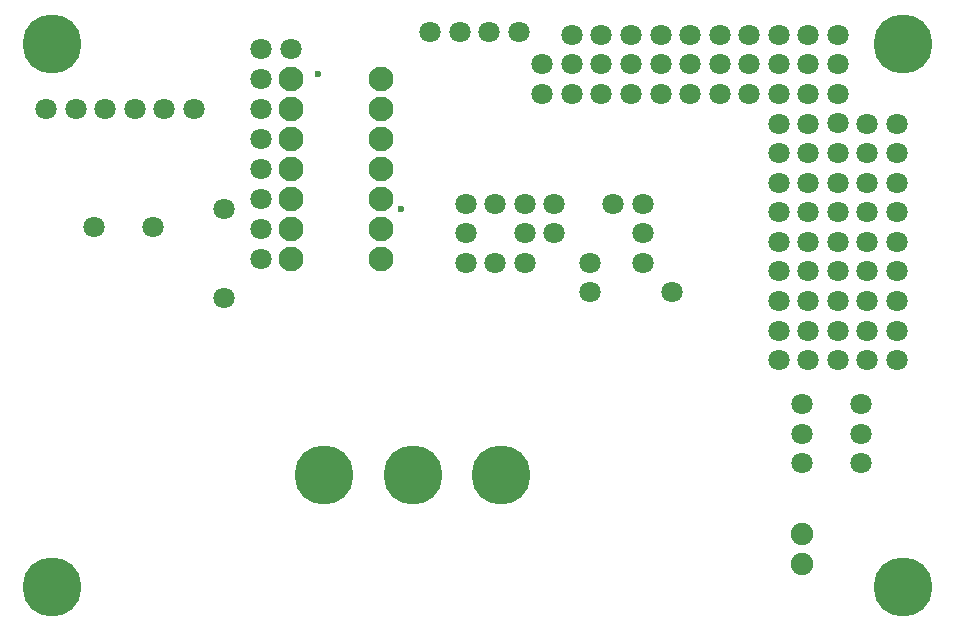
<source format=gbs>
G71*G90*G75*D02*
%ASAXBY*OFA0B0*MOMM*FSLAX43Y43*IPPOS*%
%ADD16C,0.600*%
%ADD24C,1.800*%
%ADD25C,1.900*%
%ADD27C,2.100*%
%ADD29C,5.000*%
G54D24*
G01X94500Y57250D03*
Y54750D03*
Y52250D03*
Y59750D03*
X84500D03*
Y57250D03*
Y54750D03*
Y52250D03*
G54D27*
X43180Y66040D03*
Y63500D03*
Y60960D03*
Y58420D03*
Y55880D03*
Y53340D03*
Y50800D03*
X50800D03*
Y53340D03*
Y55880D03*
Y58420D03*
Y60960D03*
Y63500D03*
Y66040D03*
G54D24*
X40640D03*
Y63500D03*
Y60960D03*
Y58420D03*
Y55880D03*
Y53340D03*
Y50800D03*
X35000Y63500D03*
X32500D03*
X30000D03*
X27500D03*
X25000D03*
X22500D03*
X26500Y53500D03*
X31500D03*
X86500Y38500D03*
Y36000D03*
Y33500D03*
X91500D03*
Y36000D03*
Y38500D03*
X37500Y47500D03*
Y55000D03*
X58000Y55500D03*
X60500D03*
X58000Y53000D03*
X63000D03*
X58000Y50500D03*
X60500D03*
X63000D03*
X65500Y53000D03*
X73000D03*
Y55500D03*
X70500D03*
X68500Y50500D03*
X73000D03*
X43180Y68580D03*
X40640D03*
G54D25*
X86500Y25000D03*
Y27500D03*
G54D29*
X23000Y23000D03*
X95000D03*
Y69000D03*
X23000D03*
G54D24*
X63000Y55500D03*
X65500D03*
G54D16*
X52500Y55000D03*
X45500Y66500D03*
G54D24*
X89500Y62300D03*
Y52250D03*
X87000Y59750D03*
X89500D03*
X92000D03*
X87000Y62250D03*
X84500D03*
X92000D03*
X94500D03*
X87000Y57250D03*
X89500D03*
X92000D03*
X87000Y54750D03*
X89500D03*
X92000D03*
Y52250D03*
X84500Y49750D03*
X87000D03*
X89500D03*
X92000D03*
X94500D03*
X87000Y52250D03*
X55000Y70000D03*
X57500D03*
X60000D03*
X62500D03*
X87000Y64800D03*
X84500D03*
X87000Y67300D03*
Y69800D03*
X84500Y67300D03*
Y69800D03*
X82000Y67300D03*
Y69800D03*
Y64800D03*
X79500D03*
Y67300D03*
Y69800D03*
X77000Y64800D03*
Y67300D03*
Y69800D03*
X74500D03*
Y67300D03*
Y64800D03*
X72000D03*
Y67300D03*
Y69800D03*
X69500D03*
Y67300D03*
Y64800D03*
X67000D03*
Y67300D03*
Y69800D03*
X64500Y67300D03*
Y64800D03*
X89500Y69800D03*
Y67300D03*
Y64800D03*
X84500Y47250D03*
X87000D03*
X89500D03*
X92000D03*
X94500D03*
X84500Y44750D03*
X87000D03*
X89500D03*
X92000D03*
X94500D03*
X84500Y42250D03*
X87000D03*
X89500D03*
X92000D03*
X94500D03*
G54D29*
X61000Y32500D03*
X46000D03*
G54D24*
X68500Y48000D03*
X75500D03*
G54D29*
X53500Y32500D03*
G01X0Y0D02*
M02*

</source>
